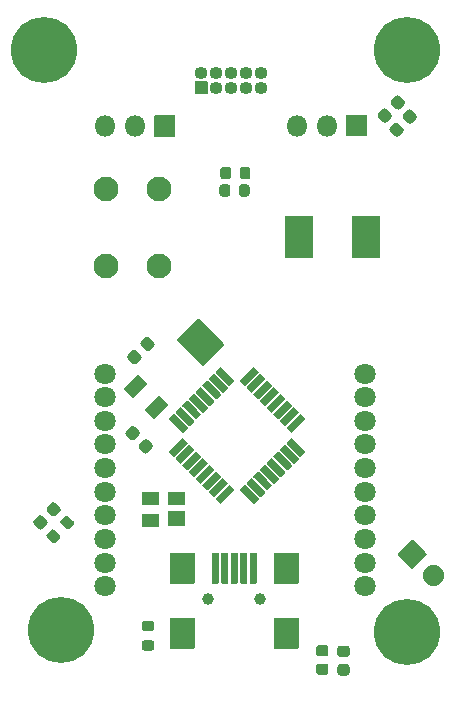
<source format=gts>
%TF.GenerationSoftware,KiCad,Pcbnew,5.1.7*%
%TF.CreationDate,2020-10-05T22:02:55-05:00*%
%TF.ProjectId,ARC-Boat0,4152432d-426f-4617-9430-2e6b69636164,rev?*%
%TF.SameCoordinates,Original*%
%TF.FileFunction,Soldermask,Top*%
%TF.FilePolarity,Negative*%
%FSLAX46Y46*%
G04 Gerber Fmt 4.6, Leading zero omitted, Abs format (unit mm)*
G04 Created by KiCad (PCBNEW 5.1.7) date 2020-10-05 22:02:55*
%MOMM*%
%LPD*%
G01*
G04 APERTURE LIST*
%ADD10C,5.600000*%
%ADD11C,2.100000*%
%ADD12O,1.800000X1.800000*%
%ADD13C,1.800000*%
%ADD14C,1.000000*%
%ADD15O,1.100000X1.100000*%
G04 APERTURE END LIST*
%TO.C,U1*%
G36*
G01*
X118560392Y-70631281D02*
X118171483Y-71020190D01*
G75*
G02*
X118100773Y-71020190I-35355J35355D01*
G01*
X116969402Y-69888819D01*
G75*
G02*
X116969402Y-69818109I35355J35355D01*
G01*
X117358311Y-69429200D01*
G75*
G02*
X117429021Y-69429200I35355J-35355D01*
G01*
X118560392Y-70560571D01*
G75*
G02*
X118560392Y-70631281I-35355J-35355D01*
G01*
G37*
G36*
G01*
X119126078Y-70065596D02*
X118737169Y-70454505D01*
G75*
G02*
X118666459Y-70454505I-35355J35355D01*
G01*
X117535088Y-69323134D01*
G75*
G02*
X117535088Y-69252424I35355J35355D01*
G01*
X117923997Y-68863515D01*
G75*
G02*
X117994707Y-68863515I35355J-35355D01*
G01*
X119126078Y-69994886D01*
G75*
G02*
X119126078Y-70065596I-35355J-35355D01*
G01*
G37*
G36*
G01*
X119691763Y-69499910D02*
X119302854Y-69888819D01*
G75*
G02*
X119232144Y-69888819I-35355J35355D01*
G01*
X118100773Y-68757448D01*
G75*
G02*
X118100773Y-68686738I35355J35355D01*
G01*
X118489682Y-68297829D01*
G75*
G02*
X118560392Y-68297829I35355J-35355D01*
G01*
X119691763Y-69429200D01*
G75*
G02*
X119691763Y-69499910I-35355J-35355D01*
G01*
G37*
G36*
G01*
X120257448Y-68934225D02*
X119868539Y-69323134D01*
G75*
G02*
X119797829Y-69323134I-35355J35355D01*
G01*
X118666458Y-68191763D01*
G75*
G02*
X118666458Y-68121053I35355J35355D01*
G01*
X119055367Y-67732144D01*
G75*
G02*
X119126077Y-67732144I35355J-35355D01*
G01*
X120257448Y-68863515D01*
G75*
G02*
X120257448Y-68934225I-35355J-35355D01*
G01*
G37*
G36*
G01*
X120823134Y-68368539D02*
X120434225Y-68757448D01*
G75*
G02*
X120363515Y-68757448I-35355J35355D01*
G01*
X119232144Y-67626077D01*
G75*
G02*
X119232144Y-67555367I35355J35355D01*
G01*
X119621053Y-67166458D01*
G75*
G02*
X119691763Y-67166458I35355J-35355D01*
G01*
X120823134Y-68297829D01*
G75*
G02*
X120823134Y-68368539I-35355J-35355D01*
G01*
G37*
G36*
G01*
X121388819Y-67802854D02*
X120999910Y-68191763D01*
G75*
G02*
X120929200Y-68191763I-35355J35355D01*
G01*
X119797829Y-67060392D01*
G75*
G02*
X119797829Y-66989682I35355J35355D01*
G01*
X120186738Y-66600773D01*
G75*
G02*
X120257448Y-66600773I35355J-35355D01*
G01*
X121388819Y-67732144D01*
G75*
G02*
X121388819Y-67802854I-35355J-35355D01*
G01*
G37*
G36*
G01*
X121954505Y-67237169D02*
X121565596Y-67626078D01*
G75*
G02*
X121494886Y-67626078I-35355J35355D01*
G01*
X120363515Y-66494707D01*
G75*
G02*
X120363515Y-66423997I35355J35355D01*
G01*
X120752424Y-66035088D01*
G75*
G02*
X120823134Y-66035088I35355J-35355D01*
G01*
X121954505Y-67166459D01*
G75*
G02*
X121954505Y-67237169I-35355J-35355D01*
G01*
G37*
G36*
G01*
X122520190Y-66671483D02*
X122131281Y-67060392D01*
G75*
G02*
X122060571Y-67060392I-35355J35355D01*
G01*
X120929200Y-65929021D01*
G75*
G02*
X120929200Y-65858311I35355J35355D01*
G01*
X121318109Y-65469402D01*
G75*
G02*
X121388819Y-65469402I35355J-35355D01*
G01*
X122520190Y-66600773D01*
G75*
G02*
X122520190Y-66671483I-35355J-35355D01*
G01*
G37*
G36*
G01*
X123368719Y-67060392D02*
X122979810Y-66671483D01*
G75*
G02*
X122979810Y-66600773I35355J35355D01*
G01*
X124111181Y-65469402D01*
G75*
G02*
X124181891Y-65469402I35355J-35355D01*
G01*
X124570800Y-65858311D01*
G75*
G02*
X124570800Y-65929021I-35355J-35355D01*
G01*
X123439429Y-67060392D01*
G75*
G02*
X123368719Y-67060392I-35355J35355D01*
G01*
G37*
G36*
G01*
X123934404Y-67626078D02*
X123545495Y-67237169D01*
G75*
G02*
X123545495Y-67166459I35355J35355D01*
G01*
X124676866Y-66035088D01*
G75*
G02*
X124747576Y-66035088I35355J-35355D01*
G01*
X125136485Y-66423997D01*
G75*
G02*
X125136485Y-66494707I-35355J-35355D01*
G01*
X124005114Y-67626078D01*
G75*
G02*
X123934404Y-67626078I-35355J35355D01*
G01*
G37*
G36*
G01*
X124500090Y-68191763D02*
X124111181Y-67802854D01*
G75*
G02*
X124111181Y-67732144I35355J35355D01*
G01*
X125242552Y-66600773D01*
G75*
G02*
X125313262Y-66600773I35355J-35355D01*
G01*
X125702171Y-66989682D01*
G75*
G02*
X125702171Y-67060392I-35355J-35355D01*
G01*
X124570800Y-68191763D01*
G75*
G02*
X124500090Y-68191763I-35355J35355D01*
G01*
G37*
G36*
G01*
X125065775Y-68757448D02*
X124676866Y-68368539D01*
G75*
G02*
X124676866Y-68297829I35355J35355D01*
G01*
X125808237Y-67166458D01*
G75*
G02*
X125878947Y-67166458I35355J-35355D01*
G01*
X126267856Y-67555367D01*
G75*
G02*
X126267856Y-67626077I-35355J-35355D01*
G01*
X125136485Y-68757448D01*
G75*
G02*
X125065775Y-68757448I-35355J35355D01*
G01*
G37*
G36*
G01*
X125631461Y-69323134D02*
X125242552Y-68934225D01*
G75*
G02*
X125242552Y-68863515I35355J35355D01*
G01*
X126373923Y-67732144D01*
G75*
G02*
X126444633Y-67732144I35355J-35355D01*
G01*
X126833542Y-68121053D01*
G75*
G02*
X126833542Y-68191763I-35355J-35355D01*
G01*
X125702171Y-69323134D01*
G75*
G02*
X125631461Y-69323134I-35355J35355D01*
G01*
G37*
G36*
G01*
X126197146Y-69888819D02*
X125808237Y-69499910D01*
G75*
G02*
X125808237Y-69429200I35355J35355D01*
G01*
X126939608Y-68297829D01*
G75*
G02*
X127010318Y-68297829I35355J-35355D01*
G01*
X127399227Y-68686738D01*
G75*
G02*
X127399227Y-68757448I-35355J-35355D01*
G01*
X126267856Y-69888819D01*
G75*
G02*
X126197146Y-69888819I-35355J35355D01*
G01*
G37*
G36*
G01*
X126762831Y-70454505D02*
X126373922Y-70065596D01*
G75*
G02*
X126373922Y-69994886I35355J35355D01*
G01*
X127505293Y-68863515D01*
G75*
G02*
X127576003Y-68863515I35355J-35355D01*
G01*
X127964912Y-69252424D01*
G75*
G02*
X127964912Y-69323134I-35355J-35355D01*
G01*
X126833541Y-70454505D01*
G75*
G02*
X126762831Y-70454505I-35355J35355D01*
G01*
G37*
G36*
G01*
X127328517Y-71020190D02*
X126939608Y-70631281D01*
G75*
G02*
X126939608Y-70560571I35355J35355D01*
G01*
X128070979Y-69429200D01*
G75*
G02*
X128141689Y-69429200I35355J-35355D01*
G01*
X128530598Y-69818109D01*
G75*
G02*
X128530598Y-69888819I-35355J-35355D01*
G01*
X127399227Y-71020190D01*
G75*
G02*
X127328517Y-71020190I-35355J35355D01*
G01*
G37*
G36*
G01*
X128530598Y-72681891D02*
X128141689Y-73070800D01*
G75*
G02*
X128070979Y-73070800I-35355J35355D01*
G01*
X126939608Y-71939429D01*
G75*
G02*
X126939608Y-71868719I35355J35355D01*
G01*
X127328517Y-71479810D01*
G75*
G02*
X127399227Y-71479810I35355J-35355D01*
G01*
X128530598Y-72611181D01*
G75*
G02*
X128530598Y-72681891I-35355J-35355D01*
G01*
G37*
G36*
G01*
X127964912Y-73247576D02*
X127576003Y-73636485D01*
G75*
G02*
X127505293Y-73636485I-35355J35355D01*
G01*
X126373922Y-72505114D01*
G75*
G02*
X126373922Y-72434404I35355J35355D01*
G01*
X126762831Y-72045495D01*
G75*
G02*
X126833541Y-72045495I35355J-35355D01*
G01*
X127964912Y-73176866D01*
G75*
G02*
X127964912Y-73247576I-35355J-35355D01*
G01*
G37*
G36*
G01*
X127399227Y-73813262D02*
X127010318Y-74202171D01*
G75*
G02*
X126939608Y-74202171I-35355J35355D01*
G01*
X125808237Y-73070800D01*
G75*
G02*
X125808237Y-73000090I35355J35355D01*
G01*
X126197146Y-72611181D01*
G75*
G02*
X126267856Y-72611181I35355J-35355D01*
G01*
X127399227Y-73742552D01*
G75*
G02*
X127399227Y-73813262I-35355J-35355D01*
G01*
G37*
G36*
G01*
X126833542Y-74378947D02*
X126444633Y-74767856D01*
G75*
G02*
X126373923Y-74767856I-35355J35355D01*
G01*
X125242552Y-73636485D01*
G75*
G02*
X125242552Y-73565775I35355J35355D01*
G01*
X125631461Y-73176866D01*
G75*
G02*
X125702171Y-73176866I35355J-35355D01*
G01*
X126833542Y-74308237D01*
G75*
G02*
X126833542Y-74378947I-35355J-35355D01*
G01*
G37*
G36*
G01*
X126267856Y-74944633D02*
X125878947Y-75333542D01*
G75*
G02*
X125808237Y-75333542I-35355J35355D01*
G01*
X124676866Y-74202171D01*
G75*
G02*
X124676866Y-74131461I35355J35355D01*
G01*
X125065775Y-73742552D01*
G75*
G02*
X125136485Y-73742552I35355J-35355D01*
G01*
X126267856Y-74873923D01*
G75*
G02*
X126267856Y-74944633I-35355J-35355D01*
G01*
G37*
G36*
G01*
X125702171Y-75510318D02*
X125313262Y-75899227D01*
G75*
G02*
X125242552Y-75899227I-35355J35355D01*
G01*
X124111181Y-74767856D01*
G75*
G02*
X124111181Y-74697146I35355J35355D01*
G01*
X124500090Y-74308237D01*
G75*
G02*
X124570800Y-74308237I35355J-35355D01*
G01*
X125702171Y-75439608D01*
G75*
G02*
X125702171Y-75510318I-35355J-35355D01*
G01*
G37*
G36*
G01*
X125136485Y-76076003D02*
X124747576Y-76464912D01*
G75*
G02*
X124676866Y-76464912I-35355J35355D01*
G01*
X123545495Y-75333541D01*
G75*
G02*
X123545495Y-75262831I35355J35355D01*
G01*
X123934404Y-74873922D01*
G75*
G02*
X124005114Y-74873922I35355J-35355D01*
G01*
X125136485Y-76005293D01*
G75*
G02*
X125136485Y-76076003I-35355J-35355D01*
G01*
G37*
G36*
G01*
X124570800Y-76641689D02*
X124181891Y-77030598D01*
G75*
G02*
X124111181Y-77030598I-35355J35355D01*
G01*
X122979810Y-75899227D01*
G75*
G02*
X122979810Y-75828517I35355J35355D01*
G01*
X123368719Y-75439608D01*
G75*
G02*
X123439429Y-75439608I35355J-35355D01*
G01*
X124570800Y-76570979D01*
G75*
G02*
X124570800Y-76641689I-35355J-35355D01*
G01*
G37*
G36*
G01*
X121318109Y-77030598D02*
X120929200Y-76641689D01*
G75*
G02*
X120929200Y-76570979I35355J35355D01*
G01*
X122060571Y-75439608D01*
G75*
G02*
X122131281Y-75439608I35355J-35355D01*
G01*
X122520190Y-75828517D01*
G75*
G02*
X122520190Y-75899227I-35355J-35355D01*
G01*
X121388819Y-77030598D01*
G75*
G02*
X121318109Y-77030598I-35355J35355D01*
G01*
G37*
G36*
G01*
X120752424Y-76464912D02*
X120363515Y-76076003D01*
G75*
G02*
X120363515Y-76005293I35355J35355D01*
G01*
X121494886Y-74873922D01*
G75*
G02*
X121565596Y-74873922I35355J-35355D01*
G01*
X121954505Y-75262831D01*
G75*
G02*
X121954505Y-75333541I-35355J-35355D01*
G01*
X120823134Y-76464912D01*
G75*
G02*
X120752424Y-76464912I-35355J35355D01*
G01*
G37*
G36*
G01*
X120186738Y-75899227D02*
X119797829Y-75510318D01*
G75*
G02*
X119797829Y-75439608I35355J35355D01*
G01*
X120929200Y-74308237D01*
G75*
G02*
X120999910Y-74308237I35355J-35355D01*
G01*
X121388819Y-74697146D01*
G75*
G02*
X121388819Y-74767856I-35355J-35355D01*
G01*
X120257448Y-75899227D01*
G75*
G02*
X120186738Y-75899227I-35355J35355D01*
G01*
G37*
G36*
G01*
X119621053Y-75333542D02*
X119232144Y-74944633D01*
G75*
G02*
X119232144Y-74873923I35355J35355D01*
G01*
X120363515Y-73742552D01*
G75*
G02*
X120434225Y-73742552I35355J-35355D01*
G01*
X120823134Y-74131461D01*
G75*
G02*
X120823134Y-74202171I-35355J-35355D01*
G01*
X119691763Y-75333542D01*
G75*
G02*
X119621053Y-75333542I-35355J35355D01*
G01*
G37*
G36*
G01*
X119055367Y-74767856D02*
X118666458Y-74378947D01*
G75*
G02*
X118666458Y-74308237I35355J35355D01*
G01*
X119797829Y-73176866D01*
G75*
G02*
X119868539Y-73176866I35355J-35355D01*
G01*
X120257448Y-73565775D01*
G75*
G02*
X120257448Y-73636485I-35355J-35355D01*
G01*
X119126077Y-74767856D01*
G75*
G02*
X119055367Y-74767856I-35355J35355D01*
G01*
G37*
G36*
G01*
X118489682Y-74202171D02*
X118100773Y-73813262D01*
G75*
G02*
X118100773Y-73742552I35355J35355D01*
G01*
X119232144Y-72611181D01*
G75*
G02*
X119302854Y-72611181I35355J-35355D01*
G01*
X119691763Y-73000090D01*
G75*
G02*
X119691763Y-73070800I-35355J-35355D01*
G01*
X118560392Y-74202171D01*
G75*
G02*
X118489682Y-74202171I-35355J35355D01*
G01*
G37*
G36*
G01*
X117923997Y-73636485D02*
X117535088Y-73247576D01*
G75*
G02*
X117535088Y-73176866I35355J35355D01*
G01*
X118666459Y-72045495D01*
G75*
G02*
X118737169Y-72045495I35355J-35355D01*
G01*
X119126078Y-72434404D01*
G75*
G02*
X119126078Y-72505114I-35355J-35355D01*
G01*
X117994707Y-73636485D01*
G75*
G02*
X117923997Y-73636485I-35355J35355D01*
G01*
G37*
G36*
G01*
X117358311Y-73070800D02*
X116969402Y-72681891D01*
G75*
G02*
X116969402Y-72611181I35355J35355D01*
G01*
X118100773Y-71479810D01*
G75*
G02*
X118171483Y-71479810I35355J-35355D01*
G01*
X118560392Y-71868719D01*
G75*
G02*
X118560392Y-71939429I-35355J-35355D01*
G01*
X117429021Y-73070800D01*
G75*
G02*
X117358311Y-73070800I-35355J35355D01*
G01*
G37*
%TD*%
D10*
%TO.C,REF\u002A\u002A*%
X106400000Y-38600000D03*
%TD*%
%TO.C,REF\u002A\u002A*%
X137100000Y-87900000D03*
%TD*%
%TO.C,REF\u002A\u002A*%
X107870000Y-87710000D03*
%TD*%
%TO.C,REF\u002A\u002A*%
X137100000Y-38600000D03*
%TD*%
D11*
%TO.C,SW1*%
X111600000Y-50400000D03*
X116100000Y-50400000D03*
X111600000Y-56900000D03*
X116100000Y-56900000D03*
%TD*%
%TO.C,R14*%
G36*
G01*
X107297703Y-79253033D02*
X107721967Y-79677297D01*
G75*
G02*
X107721967Y-79995495I-159099J-159099D01*
G01*
X107403769Y-80313693D01*
G75*
G02*
X107085571Y-80313693I-159099J159099D01*
G01*
X106661307Y-79889429D01*
G75*
G02*
X106661307Y-79571231I159099J159099D01*
G01*
X106979505Y-79253033D01*
G75*
G02*
X107297703Y-79253033I159099J-159099D01*
G01*
G37*
G36*
G01*
X108464429Y-78086307D02*
X108888693Y-78510571D01*
G75*
G02*
X108888693Y-78828769I-159099J-159099D01*
G01*
X108570495Y-79146967D01*
G75*
G02*
X108252297Y-79146967I-159099J159099D01*
G01*
X107828033Y-78722703D01*
G75*
G02*
X107828033Y-78404505I159099J159099D01*
G01*
X108146231Y-78086307D01*
G75*
G02*
X108464429Y-78086307I159099J-159099D01*
G01*
G37*
%TD*%
%TO.C,Y1*%
G36*
G01*
X121636575Y-63555456D02*
X119868808Y-65323223D01*
G75*
G02*
X119798098Y-65323223I-35355J35355D01*
G01*
X117676777Y-63201902D01*
G75*
G02*
X117676777Y-63131192I35355J35355D01*
G01*
X119444544Y-61363425D01*
G75*
G02*
X119515254Y-61363425I35355J-35355D01*
G01*
X121636575Y-63484746D01*
G75*
G02*
X121636575Y-63555456I-35355J-35355D01*
G01*
G37*
G36*
G01*
X115081695Y-66900071D02*
X113950324Y-68031442D01*
G75*
G02*
X113879614Y-68031442I-35355J35355D01*
G01*
X113172507Y-67324335D01*
G75*
G02*
X113172507Y-67253625I35355J35355D01*
G01*
X114303878Y-66122254D01*
G75*
G02*
X114374588Y-66122254I35355J-35355D01*
G01*
X115081695Y-66829361D01*
G75*
G02*
X115081695Y-66900071I-35355J-35355D01*
G01*
G37*
G36*
G01*
X116877746Y-68696122D02*
X115746375Y-69827493D01*
G75*
G02*
X115675665Y-69827493I-35355J35355D01*
G01*
X114968558Y-69120386D01*
G75*
G02*
X114968558Y-69049676I35355J35355D01*
G01*
X116099929Y-67918305D01*
G75*
G02*
X116170639Y-67918305I35355J-35355D01*
G01*
X116877746Y-68625412D01*
G75*
G02*
X116877746Y-68696122I-35355J-35355D01*
G01*
G37*
%TD*%
%TO.C,TH1*%
G36*
G01*
X122225000Y-48725000D02*
X122225000Y-49325000D01*
G75*
G02*
X122000000Y-49550000I-225000J0D01*
G01*
X121550000Y-49550000D01*
G75*
G02*
X121325000Y-49325000I0J225000D01*
G01*
X121325000Y-48725000D01*
G75*
G02*
X121550000Y-48500000I225000J0D01*
G01*
X122000000Y-48500000D01*
G75*
G02*
X122225000Y-48725000I0J-225000D01*
G01*
G37*
G36*
G01*
X123875000Y-48725000D02*
X123875000Y-49325000D01*
G75*
G02*
X123650000Y-49550000I-225000J0D01*
G01*
X123200000Y-49550000D01*
G75*
G02*
X122975000Y-49325000I0J225000D01*
G01*
X122975000Y-48725000D01*
G75*
G02*
X123200000Y-48500000I225000J0D01*
G01*
X123650000Y-48500000D01*
G75*
G02*
X123875000Y-48725000I0J-225000D01*
G01*
G37*
%TD*%
%TO.C,R17*%
G36*
G01*
X122150000Y-50200000D02*
X122150000Y-50800000D01*
G75*
G02*
X121925000Y-51025000I-225000J0D01*
G01*
X121475000Y-51025000D01*
G75*
G02*
X121250000Y-50800000I0J225000D01*
G01*
X121250000Y-50200000D01*
G75*
G02*
X121475000Y-49975000I225000J0D01*
G01*
X121925000Y-49975000D01*
G75*
G02*
X122150000Y-50200000I0J-225000D01*
G01*
G37*
G36*
G01*
X123800000Y-50200000D02*
X123800000Y-50800000D01*
G75*
G02*
X123575000Y-51025000I-225000J0D01*
G01*
X123125000Y-51025000D01*
G75*
G02*
X122900000Y-50800000I0J225000D01*
G01*
X122900000Y-50200000D01*
G75*
G02*
X123125000Y-49975000I225000J0D01*
G01*
X123575000Y-49975000D01*
G75*
G02*
X123800000Y-50200000I0J-225000D01*
G01*
G37*
%TD*%
%TO.C,R13*%
G36*
G01*
X115500000Y-87825000D02*
X114900000Y-87825000D01*
G75*
G02*
X114675000Y-87600000I0J225000D01*
G01*
X114675000Y-87150000D01*
G75*
G02*
X114900000Y-86925000I225000J0D01*
G01*
X115500000Y-86925000D01*
G75*
G02*
X115725000Y-87150000I0J-225000D01*
G01*
X115725000Y-87600000D01*
G75*
G02*
X115500000Y-87825000I-225000J0D01*
G01*
G37*
G36*
G01*
X115500000Y-89475000D02*
X114900000Y-89475000D01*
G75*
G02*
X114675000Y-89250000I0J225000D01*
G01*
X114675000Y-88800000D01*
G75*
G02*
X114900000Y-88575000I225000J0D01*
G01*
X115500000Y-88575000D01*
G75*
G02*
X115725000Y-88800000I0J-225000D01*
G01*
X115725000Y-89250000D01*
G75*
G02*
X115500000Y-89475000I-225000J0D01*
G01*
G37*
%TD*%
%TO.C,D2*%
G36*
G01*
X107061007Y-78036741D02*
X106663259Y-77638993D01*
G75*
G02*
X106663259Y-77294279I172357J172357D01*
G01*
X107007973Y-76949565D01*
G75*
G02*
X107352687Y-76949565I172357J-172357D01*
G01*
X107750435Y-77347313D01*
G75*
G02*
X107750435Y-77692027I-172357J-172357D01*
G01*
X107405721Y-78036741D01*
G75*
G02*
X107061007Y-78036741I-172357J172357D01*
G01*
G37*
G36*
G01*
X105947313Y-79150435D02*
X105549565Y-78752687D01*
G75*
G02*
X105549565Y-78407973I172357J172357D01*
G01*
X105894279Y-78063259D01*
G75*
G02*
X106238993Y-78063259I172357J-172357D01*
G01*
X106636741Y-78461007D01*
G75*
G02*
X106636741Y-78805721I-172357J-172357D01*
G01*
X106292027Y-79150435D01*
G75*
G02*
X105947313Y-79150435I-172357J172357D01*
G01*
G37*
%TD*%
%TO.C,D1*%
G36*
G01*
X116100000Y-79000000D02*
X114700000Y-79000000D01*
G75*
G02*
X114650000Y-78950000I0J50000D01*
G01*
X114650000Y-77950000D01*
G75*
G02*
X114700000Y-77900000I50000J0D01*
G01*
X116100000Y-77900000D01*
G75*
G02*
X116150000Y-77950000I0J-50000D01*
G01*
X116150000Y-78950000D01*
G75*
G02*
X116100000Y-79000000I-50000J0D01*
G01*
G37*
G36*
G01*
X116100000Y-77100000D02*
X114700000Y-77100000D01*
G75*
G02*
X114650000Y-77050000I0J50000D01*
G01*
X114650000Y-76050000D01*
G75*
G02*
X114700000Y-76000000I50000J0D01*
G01*
X116100000Y-76000000D01*
G75*
G02*
X116150000Y-76050000I0J-50000D01*
G01*
X116150000Y-77050000D01*
G75*
G02*
X116100000Y-77100000I-50000J0D01*
G01*
G37*
G36*
G01*
X118300000Y-77100000D02*
X116900000Y-77100000D01*
G75*
G02*
X116850000Y-77050000I0J50000D01*
G01*
X116850000Y-76050000D01*
G75*
G02*
X116900000Y-76000000I50000J0D01*
G01*
X118300000Y-76000000D01*
G75*
G02*
X118350000Y-76050000I0J-50000D01*
G01*
X118350000Y-77050000D01*
G75*
G02*
X118300000Y-77100000I-50000J0D01*
G01*
G37*
G36*
G01*
X118300000Y-78920000D02*
X116900000Y-78920000D01*
G75*
G02*
X116850000Y-78870000I0J50000D01*
G01*
X116850000Y-77670000D01*
G75*
G02*
X116900000Y-77620000I50000J0D01*
G01*
X118300000Y-77620000D01*
G75*
G02*
X118350000Y-77670000I0J-50000D01*
G01*
X118350000Y-78870000D01*
G75*
G02*
X118300000Y-78920000I-50000J0D01*
G01*
G37*
%TD*%
D12*
%TO.C,J5*%
X111520000Y-45050000D03*
X114060000Y-45050000D03*
G36*
G01*
X117450000Y-45950000D02*
X115750000Y-45950000D01*
G75*
G02*
X115700000Y-45900000I0J50000D01*
G01*
X115700000Y-44200000D01*
G75*
G02*
X115750000Y-44150000I50000J0D01*
G01*
X117450000Y-44150000D01*
G75*
G02*
X117500000Y-44200000I0J-50000D01*
G01*
X117500000Y-45900000D01*
G75*
G02*
X117450000Y-45950000I-50000J0D01*
G01*
G37*
%TD*%
%TO.C,J4*%
X127795000Y-45025000D03*
X130335000Y-45025000D03*
G36*
G01*
X133725000Y-45925000D02*
X132025000Y-45925000D01*
G75*
G02*
X131975000Y-45875000I0J50000D01*
G01*
X131975000Y-44175000D01*
G75*
G02*
X132025000Y-44125000I50000J0D01*
G01*
X133725000Y-44125000D01*
G75*
G02*
X133775000Y-44175000I0J-50000D01*
G01*
X133775000Y-45875000D01*
G75*
G02*
X133725000Y-45925000I-50000J0D01*
G01*
G37*
%TD*%
%TO.C,L1*%
G36*
G01*
X132439100Y-56177600D02*
X132439100Y-52672400D01*
G75*
G02*
X132489100Y-52622400I50000J0D01*
G01*
X134749700Y-52622400D01*
G75*
G02*
X134799700Y-52672400I0J-50000D01*
G01*
X134799700Y-56177600D01*
G75*
G02*
X134749700Y-56227600I-50000J0D01*
G01*
X132489100Y-56227600D01*
G75*
G02*
X132439100Y-56177600I0J50000D01*
G01*
G37*
G36*
G01*
X126800300Y-56177600D02*
X126800300Y-52672400D01*
G75*
G02*
X126850300Y-52622400I50000J0D01*
G01*
X129110900Y-52622400D01*
G75*
G02*
X129160900Y-52672400I0J-50000D01*
G01*
X129160900Y-56177600D01*
G75*
G02*
X129110900Y-56227600I-50000J0D01*
G01*
X126850300Y-56227600D01*
G75*
G02*
X126800300Y-56177600I0J50000D01*
G01*
G37*
%TD*%
%TO.C,R2*%
G36*
G01*
X132031250Y-90000000D02*
X131468750Y-90000000D01*
G75*
G02*
X131225000Y-89756250I0J243750D01*
G01*
X131225000Y-89268750D01*
G75*
G02*
X131468750Y-89025000I243750J0D01*
G01*
X132031250Y-89025000D01*
G75*
G02*
X132275000Y-89268750I0J-243750D01*
G01*
X132275000Y-89756250D01*
G75*
G02*
X132031250Y-90000000I-243750J0D01*
G01*
G37*
G36*
G01*
X132031250Y-91575000D02*
X131468750Y-91575000D01*
G75*
G02*
X131225000Y-91331250I0J243750D01*
G01*
X131225000Y-90843750D01*
G75*
G02*
X131468750Y-90600000I243750J0D01*
G01*
X132031250Y-90600000D01*
G75*
G02*
X132275000Y-90843750I0J-243750D01*
G01*
X132275000Y-91331250D01*
G75*
G02*
X132031250Y-91575000I-243750J0D01*
G01*
G37*
%TD*%
%TO.C,R1*%
G36*
G01*
X130231250Y-89950000D02*
X129668750Y-89950000D01*
G75*
G02*
X129425000Y-89706250I0J243750D01*
G01*
X129425000Y-89218750D01*
G75*
G02*
X129668750Y-88975000I243750J0D01*
G01*
X130231250Y-88975000D01*
G75*
G02*
X130475000Y-89218750I0J-243750D01*
G01*
X130475000Y-89706250D01*
G75*
G02*
X130231250Y-89950000I-243750J0D01*
G01*
G37*
G36*
G01*
X130231250Y-91525000D02*
X129668750Y-91525000D01*
G75*
G02*
X129425000Y-91281250I0J243750D01*
G01*
X129425000Y-90793750D01*
G75*
G02*
X129668750Y-90550000I243750J0D01*
G01*
X130231250Y-90550000D01*
G75*
G02*
X130475000Y-90793750I0J-243750D01*
G01*
X130475000Y-91281250D01*
G75*
G02*
X130231250Y-91525000I-243750J0D01*
G01*
G37*
%TD*%
%TO.C,J2*%
G36*
G01*
X138734655Y-83732447D02*
X138734655Y-83732447D01*
G75*
G02*
X138734655Y-82459655I636396J636396D01*
G01*
X138734655Y-82459655D01*
G75*
G02*
X140007447Y-82459655I636396J-636396D01*
G01*
X140007447Y-82459655D01*
G75*
G02*
X140007447Y-83732447I-636396J-636396D01*
G01*
X140007447Y-83732447D01*
G75*
G02*
X138734655Y-83732447I-636396J636396D01*
G01*
G37*
G36*
G01*
X137539645Y-82537437D02*
X136337563Y-81335355D01*
G75*
G02*
X136337563Y-81264645I35355J35355D01*
G01*
X137539645Y-80062563D01*
G75*
G02*
X137610355Y-80062563I35355J-35355D01*
G01*
X138812437Y-81264645D01*
G75*
G02*
X138812437Y-81335355I-35355J-35355D01*
G01*
X137610355Y-82537437D01*
G75*
G02*
X137539645Y-82537437I-35355J35355D01*
G01*
G37*
%TD*%
%TO.C,C15*%
G36*
G01*
X136211007Y-43586741D02*
X135813259Y-43188993D01*
G75*
G02*
X135813259Y-42844279I172357J172357D01*
G01*
X136157973Y-42499565D01*
G75*
G02*
X136502687Y-42499565I172357J-172357D01*
G01*
X136900435Y-42897313D01*
G75*
G02*
X136900435Y-43242027I-172357J-172357D01*
G01*
X136555721Y-43586741D01*
G75*
G02*
X136211007Y-43586741I-172357J172357D01*
G01*
G37*
G36*
G01*
X135097313Y-44700435D02*
X134699565Y-44302687D01*
G75*
G02*
X134699565Y-43957973I172357J172357D01*
G01*
X135044279Y-43613259D01*
G75*
G02*
X135388993Y-43613259I172357J-172357D01*
G01*
X135786741Y-44011007D01*
G75*
G02*
X135786741Y-44355721I-172357J-172357D01*
G01*
X135442027Y-44700435D01*
G75*
G02*
X135097313Y-44700435I-172357J172357D01*
G01*
G37*
%TD*%
%TO.C,C14*%
G36*
G01*
X137211007Y-44786741D02*
X136813259Y-44388993D01*
G75*
G02*
X136813259Y-44044279I172357J172357D01*
G01*
X137157973Y-43699565D01*
G75*
G02*
X137502687Y-43699565I172357J-172357D01*
G01*
X137900435Y-44097313D01*
G75*
G02*
X137900435Y-44442027I-172357J-172357D01*
G01*
X137555721Y-44786741D01*
G75*
G02*
X137211007Y-44786741I-172357J172357D01*
G01*
G37*
G36*
G01*
X136097313Y-45900435D02*
X135699565Y-45502687D01*
G75*
G02*
X135699565Y-45157973I172357J172357D01*
G01*
X136044279Y-44813259D01*
G75*
G02*
X136388993Y-44813259I172357J-172357D01*
G01*
X136786741Y-45211007D01*
G75*
G02*
X136786741Y-45555721I-172357J-172357D01*
G01*
X136442027Y-45900435D01*
G75*
G02*
X136097313Y-45900435I-172357J172357D01*
G01*
G37*
%TD*%
%TO.C,C9*%
G36*
G01*
X115011007Y-64036741D02*
X114613259Y-63638993D01*
G75*
G02*
X114613259Y-63294279I172357J172357D01*
G01*
X114957973Y-62949565D01*
G75*
G02*
X115302687Y-62949565I172357J-172357D01*
G01*
X115700435Y-63347313D01*
G75*
G02*
X115700435Y-63692027I-172357J-172357D01*
G01*
X115355721Y-64036741D01*
G75*
G02*
X115011007Y-64036741I-172357J172357D01*
G01*
G37*
G36*
G01*
X113897313Y-65150435D02*
X113499565Y-64752687D01*
G75*
G02*
X113499565Y-64407973I172357J172357D01*
G01*
X113844279Y-64063259D01*
G75*
G02*
X114188993Y-64063259I172357J-172357D01*
G01*
X114586741Y-64461007D01*
G75*
G02*
X114586741Y-64805721I-172357J-172357D01*
G01*
X114242027Y-65150435D01*
G75*
G02*
X113897313Y-65150435I-172357J172357D01*
G01*
G37*
%TD*%
%TO.C,C8*%
G36*
G01*
X114436741Y-71188993D02*
X114038993Y-71586741D01*
G75*
G02*
X113694279Y-71586741I-172357J172357D01*
G01*
X113349565Y-71242027D01*
G75*
G02*
X113349565Y-70897313I172357J172357D01*
G01*
X113747313Y-70499565D01*
G75*
G02*
X114092027Y-70499565I172357J-172357D01*
G01*
X114436741Y-70844279D01*
G75*
G02*
X114436741Y-71188993I-172357J-172357D01*
G01*
G37*
G36*
G01*
X115550435Y-72302687D02*
X115152687Y-72700435D01*
G75*
G02*
X114807973Y-72700435I-172357J172357D01*
G01*
X114463259Y-72355721D01*
G75*
G02*
X114463259Y-72011007I172357J172357D01*
G01*
X114861007Y-71613259D01*
G75*
G02*
X115205721Y-71613259I172357J-172357D01*
G01*
X115550435Y-71957973D01*
G75*
G02*
X115550435Y-72302687I-172357J-172357D01*
G01*
G37*
%TD*%
D13*
%TO.C,MOD1*%
X133550000Y-84000000D03*
X133550000Y-82000000D03*
X133550000Y-80000000D03*
X133550000Y-78000000D03*
X133550000Y-76000000D03*
X133550000Y-74000000D03*
X133550000Y-72000000D03*
X133550000Y-70000000D03*
X133550000Y-68000000D03*
X133550000Y-66000000D03*
X111550000Y-66000000D03*
X111550000Y-68000000D03*
X111550000Y-70000000D03*
X111550000Y-72000000D03*
X111550000Y-74000000D03*
X111550000Y-76000000D03*
X111550000Y-78000000D03*
X111550000Y-80000000D03*
X111550000Y-82000000D03*
X111550000Y-84000000D03*
%TD*%
%TO.C,J3*%
G36*
G01*
X117050000Y-89240000D02*
X117050000Y-86740000D01*
G75*
G02*
X117100000Y-86690000I50000J0D01*
G01*
X119100000Y-86690000D01*
G75*
G02*
X119150000Y-86740000I0J-50000D01*
G01*
X119150000Y-89240000D01*
G75*
G02*
X119100000Y-89290000I-50000J0D01*
G01*
X117100000Y-89290000D01*
G75*
G02*
X117050000Y-89240000I0J50000D01*
G01*
G37*
G36*
G01*
X125850000Y-89240000D02*
X125850000Y-86740000D01*
G75*
G02*
X125900000Y-86690000I50000J0D01*
G01*
X127900000Y-86690000D01*
G75*
G02*
X127950000Y-86740000I0J-50000D01*
G01*
X127950000Y-89240000D01*
G75*
G02*
X127900000Y-89290000I-50000J0D01*
G01*
X125900000Y-89290000D01*
G75*
G02*
X125850000Y-89240000I0J50000D01*
G01*
G37*
G36*
G01*
X117050000Y-83740000D02*
X117050000Y-81240000D01*
G75*
G02*
X117100000Y-81190000I50000J0D01*
G01*
X119100000Y-81190000D01*
G75*
G02*
X119150000Y-81240000I0J-50000D01*
G01*
X119150000Y-83740000D01*
G75*
G02*
X119100000Y-83790000I-50000J0D01*
G01*
X117100000Y-83790000D01*
G75*
G02*
X117050000Y-83740000I0J50000D01*
G01*
G37*
G36*
G01*
X125850000Y-83740000D02*
X125850000Y-81240000D01*
G75*
G02*
X125900000Y-81190000I50000J0D01*
G01*
X127900000Y-81190000D01*
G75*
G02*
X127950000Y-81240000I0J-50000D01*
G01*
X127950000Y-83740000D01*
G75*
G02*
X127900000Y-83790000I-50000J0D01*
G01*
X125900000Y-83790000D01*
G75*
G02*
X125850000Y-83740000I0J50000D01*
G01*
G37*
G36*
G01*
X120600000Y-83740000D02*
X120600000Y-81240000D01*
G75*
G02*
X120650000Y-81190000I50000J0D01*
G01*
X121150000Y-81190000D01*
G75*
G02*
X121200000Y-81240000I0J-50000D01*
G01*
X121200000Y-83740000D01*
G75*
G02*
X121150000Y-83790000I-50000J0D01*
G01*
X120650000Y-83790000D01*
G75*
G02*
X120600000Y-83740000I0J50000D01*
G01*
G37*
G36*
G01*
X121400000Y-83740000D02*
X121400000Y-81240000D01*
G75*
G02*
X121450000Y-81190000I50000J0D01*
G01*
X121950000Y-81190000D01*
G75*
G02*
X122000000Y-81240000I0J-50000D01*
G01*
X122000000Y-83740000D01*
G75*
G02*
X121950000Y-83790000I-50000J0D01*
G01*
X121450000Y-83790000D01*
G75*
G02*
X121400000Y-83740000I0J50000D01*
G01*
G37*
G36*
G01*
X122200000Y-83740000D02*
X122200000Y-81240000D01*
G75*
G02*
X122250000Y-81190000I50000J0D01*
G01*
X122750000Y-81190000D01*
G75*
G02*
X122800000Y-81240000I0J-50000D01*
G01*
X122800000Y-83740000D01*
G75*
G02*
X122750000Y-83790000I-50000J0D01*
G01*
X122250000Y-83790000D01*
G75*
G02*
X122200000Y-83740000I0J50000D01*
G01*
G37*
G36*
G01*
X123000000Y-83740000D02*
X123000000Y-81240000D01*
G75*
G02*
X123050000Y-81190000I50000J0D01*
G01*
X123550000Y-81190000D01*
G75*
G02*
X123600000Y-81240000I0J-50000D01*
G01*
X123600000Y-83740000D01*
G75*
G02*
X123550000Y-83790000I-50000J0D01*
G01*
X123050000Y-83790000D01*
G75*
G02*
X123000000Y-83740000I0J50000D01*
G01*
G37*
G36*
G01*
X123800000Y-83740000D02*
X123800000Y-81240000D01*
G75*
G02*
X123850000Y-81190000I50000J0D01*
G01*
X124350000Y-81190000D01*
G75*
G02*
X124400000Y-81240000I0J-50000D01*
G01*
X124400000Y-83740000D01*
G75*
G02*
X124350000Y-83790000I-50000J0D01*
G01*
X123850000Y-83790000D01*
G75*
G02*
X123800000Y-83740000I0J50000D01*
G01*
G37*
D14*
X120300000Y-85090000D03*
X124700000Y-85090000D03*
%TD*%
D15*
%TO.C,J1*%
X124780000Y-40530000D03*
X124780000Y-41800000D03*
X123510000Y-40530000D03*
X123510000Y-41800000D03*
X122240000Y-40530000D03*
X122240000Y-41800000D03*
X120970000Y-40530000D03*
X120970000Y-41800000D03*
X119700000Y-40530000D03*
G36*
G01*
X120200000Y-42350000D02*
X119200000Y-42350000D01*
G75*
G02*
X119150000Y-42300000I0J50000D01*
G01*
X119150000Y-41300000D01*
G75*
G02*
X119200000Y-41250000I50000J0D01*
G01*
X120200000Y-41250000D01*
G75*
G02*
X120250000Y-41300000I0J-50000D01*
G01*
X120250000Y-42300000D01*
G75*
G02*
X120200000Y-42350000I-50000J0D01*
G01*
G37*
%TD*%
M02*

</source>
